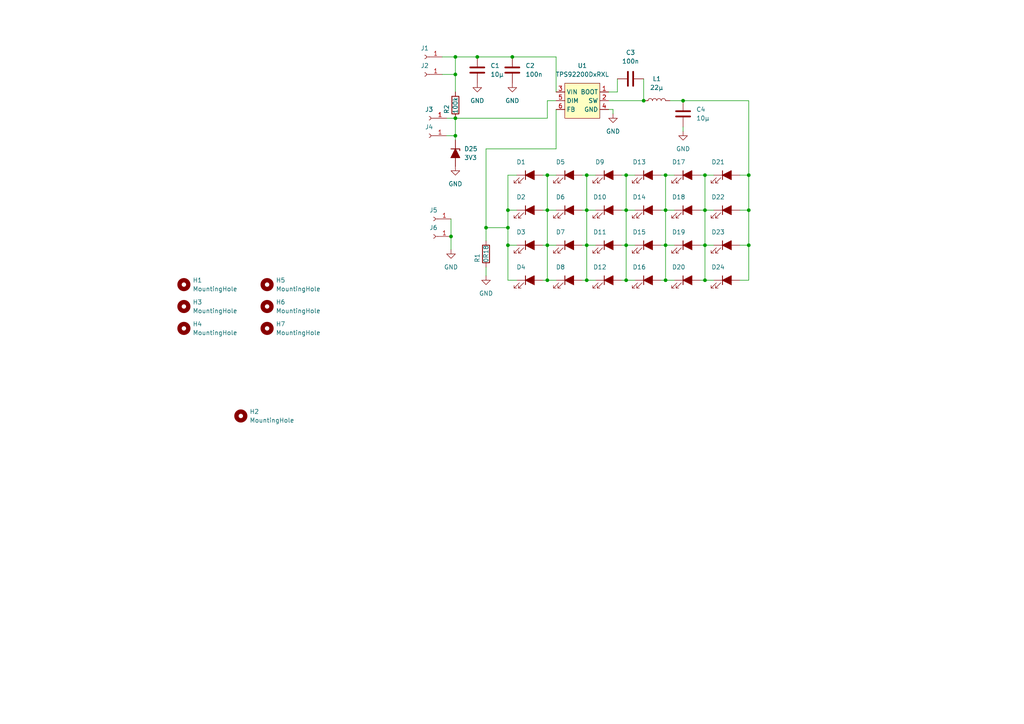
<source format=kicad_sch>
(kicad_sch (version 20211123) (generator eeschema)
  (paper "A4")
  (lib_symbols
    (symbol "Bergi:TPS92200DxRXL"
      (property "Reference" "U" (at -3.81 6.35 0))
      (property "Value" "TPS92200DxRXL" (at 0 -6.35 0))
      (symbol "TPS92200DxRXL_0_1"
        (rectangle (start -5.08 5.08) (end 5.08 -5.08) (fill (type background)))
      )
      (symbol "TPS92200DxRXL_1_1"
        (pin unspecified line (at 7.62 2.54 180) (length 2.54) (name "BOOT") (number "1"))
        (pin unspecified line (at 7.62 0 180) (length 2.54) (name "SW") (number "2"))
        (pin unspecified line (at -7.62 2.54 0) (length 2.54) (name "VIN") (number "3"))
        (pin unspecified line (at 7.62 -2.54 180) (length 2.54) (name "GND") (number "4"))
        (pin unspecified line (at -7.62 0 0) (length 2.54) (name "DIM") (number "5"))
        (pin unspecified line (at -7.62 -2.54 0) (length 2.54) (name "FB") (number "6"))
      )
    )
    (symbol "Connector:Conn_01x01_Female" (pin_names (offset 1.016) hide)
      (property "Reference" "J" (at 0 2.54 0))
      (property "Value" "Conn_01x01_Female" (at 0 -2.54 0))
      (symbol "Conn_01x01_Female_1_1"
        (polyline (pts (xy -1.27 0) (xy -0.508 0)) (stroke (width 0.1524)))
        (arc (start 0 0.508) (mid -0.508 0) (end 0 -0.508) (stroke (width 0.1524)))
        (pin passive line (at -5.08 0 0) (length 3.81) (name "Pin_1") (number "1"))
      )
    )
    (symbol "Device:C" (pin_numbers hide) (pin_names (offset 0.254))
      (property "Reference" "C" (at 0.635 2.54 0))
      (property "Value" "C" (at 0.635 -2.54 0))
      (symbol "C_0_1"
        (polyline (pts (xy -2.032 -0.762) (xy 2.032 -0.762)) (stroke (width 0.508)))
        (polyline (pts (xy -2.032 0.762) (xy 2.032 0.762)) (stroke (width 0.508)))
      )
      (symbol "C_1_1"
        (pin passive line (at 0 3.81 270) (length 2.794) (name "~") (number "1"))
        (pin passive line (at 0 -3.81 90) (length 2.794) (name "~") (number "2"))
      )
    )
    (symbol "Device:D_Zener_Filled" (pin_numbers hide) (pin_names (offset 1.016) hide)
      (property "Reference" "D" (at 0 2.54 0))
      (property "Value" "D_Zener_Filled" (at 0 -2.54 0))
      (symbol "D_Zener_Filled_0_1"
        (polyline (pts (xy 1.27 0) (xy -1.27 0)))
        (polyline (pts (xy -1.27 -1.27) (xy -1.27 1.27) (xy -0.762 1.27)) (stroke (width 0.254)))
        (polyline (pts (xy 1.27 -1.27) (xy 1.27 1.27) (xy -1.27 0) (xy 1.27 -1.27)) (stroke (width 0.254)) (fill (type outline)))
      )
      (symbol "D_Zener_Filled_1_1"
        (pin passive line (at -3.81 0 0) (length 2.54) (name "K") (number "1"))
        (pin passive line (at 3.81 0 180) (length 2.54) (name "A") (number "2"))
      )
    )
    (symbol "Device:L" (pin_numbers hide) (pin_names (offset 1.016) hide)
      (property "Reference" "L" (at -1.27 0 90))
      (property "Value" "L" (at 1.905 0 90))
      (symbol "L_0_1"
        (arc (start 0 -2.54) (mid 0.635 -1.905) (end 0 -1.27))
        (arc (start 0 -1.27) (mid 0.635 -0.635) (end 0 0))
        (arc (start 0 0) (mid 0.635 0.635) (end 0 1.27))
        (arc (start 0 1.27) (mid 0.635 1.905) (end 0 2.54))
      )
      (symbol "L_1_1"
        (pin passive line (at 0 3.81 270) (length 1.27) (name "1") (number "1"))
        (pin passive line (at 0 -3.81 90) (length 1.27) (name "2") (number "2"))
      )
    )
    (symbol "Device:LED_Filled" (pin_numbers hide) (pin_names (offset 1.016) hide)
      (property "Reference" "D" (at 0 2.54 0))
      (property "Value" "LED_Filled" (at 0 -2.54 0))
      (symbol "LED_Filled_0_1"
        (polyline (pts (xy -1.27 -1.27) (xy -1.27 1.27)) (stroke (width 0.254)))
        (polyline (pts (xy -1.27 0) (xy 1.27 0)))
        (polyline (pts (xy 1.27 -1.27) (xy 1.27 1.27) (xy -1.27 0) (xy 1.27 -1.27)) (stroke (width 0.254)) (fill (type outline)))
        (polyline (pts (xy -3.048 -0.762) (xy -4.572 -2.286) (xy -3.81 -2.286) (xy -4.572 -2.286) (xy -4.572 -1.524)))
        (polyline (pts (xy -1.778 -0.762) (xy -3.302 -2.286) (xy -2.54 -2.286) (xy -3.302 -2.286) (xy -3.302 -1.524)))
      )
      (symbol "LED_Filled_1_1"
        (pin passive line (at -3.81 0 0) (length 2.54) (name "K") (number "1"))
        (pin passive line (at 3.81 0 180) (length 2.54) (name "A") (number "2"))
      )
    )
    (symbol "Device:R" (pin_numbers hide) (pin_names (offset 0))
      (property "Reference" "R" (at 2.032 0 90))
      (property "Value" "R" (at 0 0 90))
      (symbol "R_0_1"
        (rectangle (start -1.016 -2.54) (end 1.016 2.54) (stroke (width 0.254)))
      )
      (symbol "R_1_1"
        (pin passive line (at 0 3.81 270) (length 1.27) (name "~") (number "1"))
        (pin passive line (at 0 -3.81 90) (length 1.27) (name "~") (number "2"))
      )
    )
    (symbol "Mechanical:MountingHole" (pin_names (offset 1.016))
      (property "Reference" "H" (at 0 5.08 0))
      (property "Value" "MountingHole" (at 0 3.175 0))
      (symbol "MountingHole_0_1"
        (circle (center 0 0) (radius 1.27) (stroke (width 1.27)))
      )
    )
    (symbol "power:GND" (power) (pin_names (offset 0))
      (property "Value" "GND" (at 0 -3.81 0))
      (symbol "GND_0_1"
        (polyline (pts (xy 0 0) (xy 0 -1.27) (xy 1.27 -1.27) (xy 0 -2.54) (xy -1.27 -1.27) (xy 0 -1.27)))
      )
      (symbol "GND_1_1"
        (pin power_in line (at 0 0 270) (length 0) hide (name "GND") (number "1"))
      )
    )
  )
  (junction (at 181.61 50.8))
  (junction (at 204.47 71.12))
  (junction (at 158.75 81.28))
  (junction (at 140.97 66.04))
  (junction (at 148.59 16.51))
  (junction (at 158.75 50.8))
  (junction (at 170.18 81.28))
  (junction (at 204.47 50.8))
  (junction (at 147.32 60.96))
  (junction (at 158.75 71.12))
  (junction (at 217.17 71.12))
  (junction (at 147.32 66.04))
  (junction (at 217.17 60.96))
  (junction (at 130.81 68.58))
  (junction (at 138.43 16.51))
  (junction (at 132.08 34.29))
  (junction (at 198.12 29.21))
  (junction (at 132.08 21.59))
  (junction (at 204.47 60.96))
  (junction (at 193.04 60.96))
  (junction (at 193.04 71.12))
  (junction (at 158.75 60.96))
  (junction (at 147.32 71.12))
  (junction (at 193.04 50.8))
  (junction (at 181.61 71.12))
  (junction (at 217.17 50.8))
  (junction (at 132.08 16.51))
  (junction (at 132.08 39.37))
  (junction (at 170.18 60.96))
  (junction (at 181.61 81.28))
  (junction (at 186.69 29.21))
  (junction (at 181.61 60.96))
  (junction (at 193.04 81.28))
  (junction (at 170.18 50.8))
  (junction (at 170.18 71.12))
  (junction (at 204.47 81.28))
  (wire (pts (xy 158.75 50.8) (xy 161.29 50.8)))
  (wire (pts (xy 198.12 29.21) (xy 217.17 29.21)))
  (wire (pts (xy 161.29 16.51) (xy 161.29 26.67)))
  (wire (pts (xy 191.77 50.8) (xy 193.04 50.8)))
  (wire (pts (xy 158.75 29.21) (xy 158.75 34.29)))
  (wire (pts (xy 132.08 34.29) (xy 158.75 34.29)))
  (wire (pts (xy 217.17 71.12) (xy 217.17 60.96)))
  (wire (pts (xy 132.08 26.67) (xy 132.08 21.59)))
  (wire (pts (xy 158.75 71.12) (xy 161.29 71.12)))
  (wire (pts (xy 170.18 81.28) (xy 172.72 81.28)))
  (wire (pts (xy 140.97 43.18) (xy 161.29 43.18)))
  (wire (pts (xy 158.75 71.12) (xy 158.75 81.28)))
  (wire (pts (xy 181.61 81.28) (xy 184.15 81.28)))
  (wire (pts (xy 181.61 60.96) (xy 184.15 60.96)))
  (wire (pts (xy 147.32 60.96) (xy 147.32 66.04)))
  (wire (pts (xy 181.61 50.8) (xy 181.61 60.96)))
  (wire (pts (xy 168.91 50.8) (xy 170.18 50.8)))
  (wire (pts (xy 132.08 16.51) (xy 138.43 16.51)))
  (wire (pts (xy 177.8 31.75) (xy 176.53 31.75)))
  (wire (pts (xy 193.04 50.8) (xy 195.58 50.8)))
  (wire (pts (xy 193.04 60.96) (xy 195.58 60.96)))
  (wire (pts (xy 130.81 68.58) (xy 130.81 72.39)))
  (wire (pts (xy 180.34 71.12) (xy 181.61 71.12)))
  (wire (pts (xy 157.48 60.96) (xy 158.75 60.96)))
  (wire (pts (xy 170.18 71.12) (xy 172.72 71.12)))
  (wire (pts (xy 140.97 77.47) (xy 140.97 80.01)))
  (wire (pts (xy 161.29 43.18) (xy 161.29 31.75)))
  (wire (pts (xy 140.97 66.04) (xy 140.97 69.85)))
  (wire (pts (xy 214.63 71.12) (xy 217.17 71.12)))
  (wire (pts (xy 214.63 81.28) (xy 217.17 81.28)))
  (wire (pts (xy 132.08 34.29) (xy 129.54 34.29)))
  (wire (pts (xy 181.61 71.12) (xy 181.61 81.28)))
  (wire (pts (xy 203.2 71.12) (xy 204.47 71.12)))
  (wire (pts (xy 128.27 16.51) (xy 132.08 16.51)))
  (wire (pts (xy 148.59 16.51) (xy 161.29 16.51)))
  (wire (pts (xy 204.47 71.12) (xy 204.47 81.28)))
  (wire (pts (xy 138.43 16.51) (xy 148.59 16.51)))
  (wire (pts (xy 179.07 26.67) (xy 176.53 26.67)))
  (wire (pts (xy 170.18 60.96) (xy 170.18 71.12)))
  (wire (pts (xy 204.47 81.28) (xy 207.01 81.28)))
  (wire (pts (xy 170.18 71.12) (xy 170.18 81.28)))
  (wire (pts (xy 140.97 66.04) (xy 140.97 43.18)))
  (wire (pts (xy 204.47 81.28) (xy 203.2 81.28)))
  (wire (pts (xy 147.32 60.96) (xy 149.86 60.96)))
  (wire (pts (xy 158.75 50.8) (xy 158.75 60.96)))
  (wire (pts (xy 180.34 60.96) (xy 181.61 60.96)))
  (wire (pts (xy 130.81 63.5) (xy 130.81 68.58)))
  (wire (pts (xy 198.12 36.83) (xy 198.12 38.1)))
  (wire (pts (xy 181.61 60.96) (xy 181.61 71.12)))
  (wire (pts (xy 214.63 50.8) (xy 217.17 50.8)))
  (wire (pts (xy 129.54 39.37) (xy 132.08 39.37)))
  (wire (pts (xy 180.34 50.8) (xy 181.61 50.8)))
  (wire (pts (xy 158.75 81.28) (xy 161.29 81.28)))
  (wire (pts (xy 204.47 71.12) (xy 207.01 71.12)))
  (wire (pts (xy 132.08 39.37) (xy 132.08 40.64)))
  (wire (pts (xy 149.86 50.8) (xy 147.32 50.8)))
  (wire (pts (xy 193.04 71.12) (xy 193.04 81.28)))
  (wire (pts (xy 161.29 29.21) (xy 158.75 29.21)))
  (wire (pts (xy 204.47 60.96) (xy 204.47 71.12)))
  (wire (pts (xy 193.04 50.8) (xy 193.04 60.96)))
  (wire (pts (xy 128.27 21.59) (xy 132.08 21.59)))
  (wire (pts (xy 217.17 81.28) (xy 217.17 71.12)))
  (wire (pts (xy 132.08 34.29) (xy 132.08 39.37)))
  (wire (pts (xy 147.32 50.8) (xy 147.32 60.96)))
  (wire (pts (xy 170.18 60.96) (xy 172.72 60.96)))
  (wire (pts (xy 147.32 81.28) (xy 149.86 81.28)))
  (wire (pts (xy 186.69 22.86) (xy 186.69 29.21)))
  (wire (pts (xy 179.07 22.86) (xy 179.07 26.67)))
  (wire (pts (xy 147.32 66.04) (xy 140.97 66.04)))
  (wire (pts (xy 180.34 81.28) (xy 181.61 81.28)))
  (wire (pts (xy 147.32 66.04) (xy 147.32 71.12)))
  (wire (pts (xy 191.77 81.28) (xy 193.04 81.28)))
  (wire (pts (xy 176.53 29.21) (xy 186.69 29.21)))
  (wire (pts (xy 147.32 71.12) (xy 149.86 71.12)))
  (wire (pts (xy 168.91 81.28) (xy 170.18 81.28)))
  (wire (pts (xy 191.77 60.96) (xy 193.04 60.96)))
  (wire (pts (xy 157.48 81.28) (xy 158.75 81.28)))
  (wire (pts (xy 157.48 71.12) (xy 158.75 71.12)))
  (wire (pts (xy 157.48 50.8) (xy 158.75 50.8)))
  (wire (pts (xy 217.17 60.96) (xy 217.17 50.8)))
  (wire (pts (xy 217.17 50.8) (xy 217.17 29.21)))
  (wire (pts (xy 203.2 60.96) (xy 204.47 60.96)))
  (wire (pts (xy 170.18 50.8) (xy 172.72 50.8)))
  (wire (pts (xy 214.63 60.96) (xy 217.17 60.96)))
  (wire (pts (xy 204.47 50.8) (xy 207.01 50.8)))
  (wire (pts (xy 194.31 29.21) (xy 198.12 29.21)))
  (wire (pts (xy 181.61 71.12) (xy 184.15 71.12)))
  (wire (pts (xy 191.77 71.12) (xy 193.04 71.12)))
  (wire (pts (xy 158.75 60.96) (xy 161.29 60.96)))
  (wire (pts (xy 193.04 60.96) (xy 193.04 71.12)))
  (wire (pts (xy 158.75 60.96) (xy 158.75 71.12)))
  (wire (pts (xy 193.04 71.12) (xy 195.58 71.12)))
  (wire (pts (xy 168.91 71.12) (xy 170.18 71.12)))
  (wire (pts (xy 193.04 81.28) (xy 195.58 81.28)))
  (wire (pts (xy 204.47 60.96) (xy 207.01 60.96)))
  (wire (pts (xy 181.61 50.8) (xy 184.15 50.8)))
  (wire (pts (xy 168.91 60.96) (xy 170.18 60.96)))
  (wire (pts (xy 177.8 33.02) (xy 177.8 31.75)))
  (wire (pts (xy 147.32 71.12) (xy 147.32 81.28)))
  (wire (pts (xy 170.18 50.8) (xy 170.18 60.96)))
  (wire (pts (xy 132.08 21.59) (xy 132.08 16.51)))
  (wire (pts (xy 203.2 50.8) (xy 204.47 50.8)))
  (wire (pts (xy 204.47 50.8) (xy 204.47 60.96)))
  (symbol (lib_id "power:GND") (at 177.8 33.02 0) (unit 1)
    (property "Reference" "#PWR05" (effects hide))
    (property "Value" "GND" (at 177.8 38.1 0))
  )
  (symbol (lib_id "Device:R") (at 140.97 73.66 0) (unit 1)
    (property "Reference" "R1" (at 138.43 76.2 90) (effects (justify left)))
    (property "Value" "0R18" (at 140.97 76.2 90) (effects (justify left)))
    (property "Footprint" "Resistor_SMD:R_0603_1608Metric" (effects hide))
  )
  (symbol (lib_id "Device:LED_Filled") (at 176.53 50.8 0) (unit 1)
    (property "Reference" "D9" (at 173.99 46.99 0))
    (property "Value" "JE2835AWT-R-U40GA0000-N0000001" (effects hide))
    (property "Footprint" "LED_SMD:LED_PLCC_2835" (effects hide))
  )
  (symbol (lib_id "Device:LED_Filled") (at 165.1 71.12 0) (unit 1)
    (property "Reference" "D7" (at 162.56 67.31 0))
    (property "Value" "JE2835AWT-R-U40GA0000-N0000001" (effects hide))
    (property "Footprint" "LED_SMD:LED_PLCC_2835" (effects hide))
  )
  (symbol (lib_id "Mechanical:MountingHole") (at 53.34 82.55 0) (unit 1)
    (property "Reference" "H1" (at 55.88 81.2799 0) (effects (justify left)))
    (property "Value" "MountingHole" (at 55.88 83.8199 0) (effects (justify left)))
    (property "Footprint" "MountingHole:MountingHole_3.2mm_M3" (effects hide))
  )
  (symbol (lib_id "power:GND") (at 132.08 48.26 0) (unit 1)
    (property "Reference" "#PWR07" (effects hide))
    (property "Value" "GND" (at 132.08 53.34 0))
  )
  (symbol (lib_id "Mechanical:MountingHole") (at 77.47 95.25 0) (unit 1)
    (property "Reference" "H7" (at 80.01 93.9799 0) (effects (justify left)))
    (property "Value" "MountingHole" (at 80.01 96.5199 0) (effects (justify left)))
    (property "Footprint" "MountingHole:MountingHole_3.2mm_M3" (effects hide))
  )
  (symbol (lib_id "Device:C") (at 138.43 20.32 180) (unit 1)
    (property "Reference" "C1" (at 142.24 19.0499 0) (effects (justify right)))
    (property "Value" "10µ" (at 142.24 21.5899 0) (effects (justify right)))
    (property "Footprint" "Capacitor_SMD:C_1210_3225Metric" (effects hide))
    (property "Voltage" "50V" (effects hide))
  )
  (symbol (lib_id "Device:LED_Filled") (at 176.53 60.96 0) (unit 1)
    (property "Reference" "D10" (at 173.99 57.15 0))
    (property "Value" "JE2835AWT-R-U40GA0000-N0000001" (effects hide))
    (property "Footprint" "LED_SMD:LED_PLCC_2835" (effects hide))
  )
  (symbol (lib_id "Device:LED_Filled") (at 187.96 60.96 0) (unit 1)
    (property "Reference" "D14" (at 185.42 57.15 0))
    (property "Value" "JE2835AWT-R-U40GA0000-N0000001" (effects hide))
    (property "Footprint" "LED_SMD:LED_PLCC_2835" (effects hide))
  )
  (symbol (lib_id "Device:LED_Filled") (at 153.67 71.12 0) (unit 1)
    (property "Reference" "D3" (at 151.13 67.31 0))
    (property "Value" "JE2835AWT-R-U40GA0000-N0000001" (effects hide))
    (property "Footprint" "LED_SMD:LED_PLCC_2835" (effects hide))
  )
  (symbol (lib_id "Device:LED_Filled") (at 165.1 60.96 0) (unit 1)
    (property "Reference" "D6" (at 162.56 57.15 0))
    (property "Value" "JE2835AWT-R-U40GA0000-N0000001" (effects hide))
    (property "Footprint" "LED_SMD:LED_PLCC_2835" (effects hide))
  )
  (symbol (lib_id "Device:LED_Filled") (at 153.67 81.28 0) (unit 1)
    (property "Reference" "D4" (at 151.13 77.47 0))
    (property "Value" "JE2835AWT-R-U40GA0000-N0000001" (effects hide))
    (property "Footprint" "LED_SMD:LED_PLCC_2835" (effects hide))
  )
  (symbol (lib_id "Mechanical:MountingHole") (at 53.34 95.25 0) (unit 1)
    (property "Reference" "H4" (at 55.88 93.9799 0) (effects (justify left)))
    (property "Value" "MountingHole" (at 55.88 96.5199 0) (effects (justify left)))
    (property "Footprint" "MountingHole:MountingHole_3.2mm_M3" (effects hide))
  )
  (symbol (lib_id "Mechanical:MountingHole") (at 69.85 120.65 0) (unit 1)
    (property "Reference" "H2" (at 72.39 119.3799 0) (effects (justify left)))
    (property "Value" "MountingHole" (at 72.39 121.9199 0) (effects (justify left)))
    (property "Footprint" "MountingHole:MountingHole_4.3mm_M4" (effects hide))
  )
  (symbol (lib_id "Device:LED_Filled") (at 176.53 71.12 0) (unit 1)
    (property "Reference" "D11" (at 173.99 67.31 0))
    (property "Value" "JE2835AWT-R-U40GA0000-N0000001" (effects hide))
    (property "Footprint" "LED_SMD:LED_PLCC_2835" (effects hide))
  )
  (symbol (lib_id "Device:R") (at 132.08 30.48 0) (unit 1)
    (property "Reference" "R2" (at 129.54 33.02 90) (effects (justify left)))
    (property "Value" "100k" (at 132.08 33.02 90) (effects (justify left)))
    (property "Footprint" "Resistor_SMD:R_0603_1608Metric" (effects hide))
  )
  (symbol (lib_id "Device:LED_Filled") (at 210.82 71.12 0) (unit 1)
    (property "Reference" "D23" (at 208.28 67.31 0))
    (property "Value" "JE2835AWT-R-U40GA0000-N0000001" (effects hide))
    (property "Footprint" "LED_SMD:LED_PLCC_2835" (effects hide))
  )
  (symbol (lib_id "Connector:Conn_01x01_Female") (at 123.19 16.51 180) (unit 1)
    (property "Reference" "J1" (at 123.19 13.97 0))
    (property "Value" "Conn_01x01_Female" (effects hide))
    (property "Footprint" "Bergi:Solderpad_1x2" (effects hide))
  )
  (symbol (lib_id "Device:L") (at 190.5 29.21 90) (unit 1)
    (property "Reference" "L1" (at 190.5 22.86 90))
    (property "Value" "22µ" (at 190.5 25.4 90))
    (property "Footprint" "Inductor_SMD:L_Taiyo-Yuden_NR-60xx" (effects hide))
    (property "HTN" "NR6045T220M" (effects hide))
  )
  (symbol (lib_id "power:GND") (at 198.12 38.1 0) (unit 1)
    (property "Reference" "#PWR06" (effects hide))
    (property "Value" "GND" (at 198.12 43.18 0))
  )
  (symbol (lib_id "Connector:Conn_01x01_Female") (at 123.19 21.59 180) (unit 1)
    (property "Reference" "J2" (at 123.19 19.05 0))
    (property "Value" "Conn_01x01_Female" (effects hide))
    (property "Footprint" "Bergi:Solderpad_1x2" (effects hide))
  )
  (symbol (lib_id "Device:LED_Filled") (at 187.96 81.28 0) (unit 1)
    (property "Reference" "D16" (at 185.42 77.47 0))
    (property "Value" "JE2835AWT-R-U40GA0000-N0000001" (effects hide))
    (property "Footprint" "LED_SMD:LED_PLCC_2835" (effects hide))
  )
  (symbol (lib_id "Connector:Conn_01x01_Female") (at 124.46 39.37 180) (unit 1)
    (property "Reference" "J4" (at 124.46 36.83 0))
    (property "Value" "Conn_01x01_Female" (effects hide))
    (property "Footprint" "Bergi:Solderpad_1x2" (effects hide))
  )
  (symbol (lib_id "Device:LED_Filled") (at 187.96 50.8 0) (unit 1)
    (property "Reference" "D13" (at 185.42 46.99 0))
    (property "Value" "JE2835AWT-R-U40GA0000-N0000001" (effects hide))
    (property "Footprint" "LED_SMD:LED_PLCC_2835" (effects hide))
  )
  (symbol (lib_id "power:GND") (at 138.43 24.13 0) (unit 1)
    (property "Reference" "#PWR02" (effects hide))
    (property "Value" "GND" (at 138.43 29.21 0))
  )
  (symbol (lib_id "Connector:Conn_01x01_Female") (at 125.73 68.58 180) (unit 1)
    (property "Reference" "J6" (at 125.73 66.04 0))
    (property "Value" "Conn_01x01_Female" (effects hide))
    (property "Footprint" "Bergi:Solderpad_1x2" (effects hide))
  )
  (symbol (lib_id "power:GND") (at 130.81 72.39 0) (unit 1)
    (property "Reference" "#PWR01" (effects hide))
    (property "Value" "GND" (at 130.81 77.47 0))
  )
  (symbol (lib_id "power:GND") (at 148.59 24.13 0) (unit 1)
    (property "Reference" "#PWR04" (effects hide))
    (property "Value" "GND" (at 148.59 29.21 0))
  )
  (symbol (lib_id "Device:LED_Filled") (at 199.39 81.28 0) (unit 1)
    (property "Reference" "D20" (at 196.85 77.47 0))
    (property "Value" "JE2835AWT-R-U40GA0000-N0000001" (effects hide))
    (property "Footprint" "LED_SMD:LED_PLCC_2835" (effects hide))
  )
  (symbol (lib_id "Device:LED_Filled") (at 153.67 60.96 0) (unit 1)
    (property "Reference" "D2" (at 151.13 57.15 0))
    (property "Value" "JE2835AWT-R-U40GA0000-N0000001" (effects hide))
    (property "Footprint" "LED_SMD:LED_PLCC_2835" (effects hide))
  )
  (symbol (lib_id "Device:LED_Filled") (at 210.82 50.8 0) (unit 1)
    (property "Reference" "D21" (at 208.28 46.99 0))
    (property "Value" "JE2835AWT-R-U40GA0000-N0000001" (effects hide))
    (property "Footprint" "LED_SMD:LED_PLCC_2835" (effects hide))
  )
  (symbol (lib_id "Bergi:TPS92200DxRXL") (at 168.91 29.21 0) (unit 1)
    (property "Reference" "U1" (at 168.91 19.05 0))
    (property "Value" "TPS92200DxRXL" (at 168.91 21.59 0))
    (property "Footprint" "Bergi:VQFN-HR" (effects hide))
  )
  (symbol (lib_id "Mechanical:MountingHole") (at 53.34 88.9 0) (unit 1)
    (property "Reference" "H3" (at 55.88 87.6299 0) (effects (justify left)))
    (property "Value" "MountingHole" (at 55.88 90.1699 0) (effects (justify left)))
    (property "Footprint" "MountingHole:MountingHole_3.2mm_M3" (effects hide))
  )
  (symbol (lib_id "Device:LED_Filled") (at 187.96 71.12 0) (unit 1)
    (property "Reference" "D15" (at 185.42 67.31 0))
    (property "Value" "JE2835AWT-R-U40GA0000-N0000001" (effects hide))
    (property "Footprint" "LED_SMD:LED_PLCC_2835" (effects hide))
  )
  (symbol (lib_id "Device:D_Zener_Filled") (at 132.08 44.45 270) (unit 1)
    (property "Reference" "D25" (at 134.62 43.1799 90) (effects (justify left)))
    (property "Value" "3V3" (at 134.62 45.7199 90) (effects (justify left)))
    (property "Footprint" "Diode_SMD:D_SOD-323" (effects hide))
  )
  (symbol (lib_id "Device:LED_Filled") (at 153.67 50.8 0) (unit 1)
    (property "Reference" "D1" (at 151.13 46.99 0))
    (property "Value" "JE2835AWT-R-U40GA0000-N0000001" (effects hide))
    (property "Footprint" "LED_SMD:LED_PLCC_2835" (effects hide))
  )
  (symbol (lib_id "Device:LED_Filled") (at 165.1 50.8 0) (unit 1)
    (property "Reference" "D5" (at 162.56 46.99 0))
    (property "Value" "JE2835AWT-R-U40GA0000-N0000001" (effects hide))
    (property "Footprint" "LED_SMD:LED_PLCC_2835" (effects hide))
  )
  (symbol (lib_id "Device:LED_Filled") (at 199.39 60.96 0) (unit 1)
    (property "Reference" "D18" (at 196.85 57.15 0))
    (property "Value" "JE2835AWT-R-U40GA0000-N0000001" (effects hide))
    (property "Footprint" "LED_SMD:LED_PLCC_2835" (effects hide))
  )
  (symbol (lib_id "Mechanical:MountingHole") (at 77.47 88.9 0) (unit 1)
    (property "Reference" "H6" (at 80.01 87.6299 0) (effects (justify left)))
    (property "Value" "MountingHole" (at 80.01 90.1699 0) (effects (justify left)))
    (property "Footprint" "MountingHole:MountingHole_3.2mm_M3" (effects hide))
  )
  (symbol (lib_id "Device:LED_Filled") (at 165.1 81.28 0) (unit 1)
    (property "Reference" "D8" (at 162.56 77.47 0))
    (property "Value" "JE2835AWT-R-U40GA0000-N0000001" (effects hide))
    (property "Footprint" "LED_SMD:LED_PLCC_2835" (effects hide))
  )
  (symbol (lib_id "Device:LED_Filled") (at 199.39 50.8 0) (unit 1)
    (property "Reference" "D17" (at 196.85 46.99 0))
    (property "Value" "JE2835AWT-R-U40GA0000-N0000001" (effects hide))
    (property "Footprint" "LED_SMD:LED_PLCC_2835" (effects hide))
  )
  (symbol (lib_id "Connector:Conn_01x01_Female") (at 125.73 63.5 180) (unit 1)
    (property "Reference" "J5" (at 125.73 60.96 0))
    (property "Value" "Conn_01x01_Female" (effects hide))
    (property "Footprint" "Bergi:Solderpad_1x2" (effects hide))
  )
  (symbol (lib_id "Device:LED_Filled") (at 199.39 71.12 0) (unit 1)
    (property "Reference" "D19" (at 196.85 67.31 0))
    (property "Value" "JE2835AWT-R-U40GA0000-N0000001" (effects hide))
    (property "Footprint" "LED_SMD:LED_PLCC_2835" (effects hide))
  )
  (symbol (lib_id "Device:C") (at 182.88 22.86 90) (unit 1)
    (property "Reference" "C3" (at 182.88 15.24 90))
    (property "Value" "100n" (at 182.88 17.78 90))
    (property "Footprint" "Capacitor_SMD:C_0603_1608Metric" (effects hide))
  )
  (symbol (lib_id "Device:LED_Filled") (at 176.53 81.28 0) (unit 1)
    (property "Reference" "D12" (at 173.99 77.47 0))
    (property "Value" "JE2835AWT-R-U40GA0000-N0000001" (effects hide))
    (property "Footprint" "LED_SMD:LED_PLCC_2835" (effects hide))
  )
  (symbol (lib_id "Device:LED_Filled") (at 210.82 60.96 0) (unit 1)
    (property "Reference" "D22" (at 208.28 57.15 0))
    (property "Value" "JE2835AWT-R-U40GA0000-N0000001" (effects hide))
    (property "Footprint" "LED_SMD:LED_PLCC_2835" (effects hide))
  )
  (symbol (lib_id "Device:C") (at 198.12 33.02 180) (unit 1)
    (property "Reference" "C4" (at 201.93 31.7499 0) (effects (justify right)))
    (property "Value" "10µ" (at 201.93 34.2899 0) (effects (justify right)))
    (property "Footprint" "Capacitor_SMD:C_1210_3225Metric" (effects hide))
    (property "Voltage" "50V" (effects hide))
  )
  (symbol (lib_id "Device:LED_Filled") (at 210.82 81.28 0) (unit 1)
    (property "Reference" "D24" (at 208.28 77.47 0))
    (property "Value" "JE2835AWT-R-U40GA0000-N0000001" (effects hide))
    (property "Footprint" "LED_SMD:LED_PLCC_2835" (effects hide))
  )
  (symbol (lib_id "power:GND") (at 140.97 80.01 0) (unit 1)
    (property "Reference" "#PWR03" (effects hide))
    (property "Value" "GND" (at 140.97 85.09 0))
  )
  (symbol (lib_id "Mechanical:MountingHole") (at 77.47 82.55 0) (unit 1)
    (property "Reference" "H5" (at 80.01 81.2799 0) (effects (justify left)))
    (property "Value" "MountingHole" (at 80.01 83.8199 0) (effects (justify left)))
    (property "Footprint" "MountingHole:MountingHole_3.2mm_M3" (effects hide))
  )
  (symbol (lib_id "Connector:Conn_01x01_Female") (at 124.46 34.29 180) (unit 1)
    (property "Reference" "J3" (at 124.46 31.75 0))
    (property "Value" "Conn_01x01_Female" (effects hide))
    (property "Footprint" "Bergi:Solderpad_1x2" (effects hide))
  )
  (symbol (lib_id "Device:C") (at 148.59 20.32 180) (unit 1)
    (property "Reference" "C2" (at 152.4 19.0499 0) (effects (justify right)))
    (property "Value" "100n" (at 152.4 21.5899 0) (effects (justify right)))
    (property "Footprint" "Capacitor_SMD:C_0603_1608Metric" (effects hide))
  )
)
</source>
